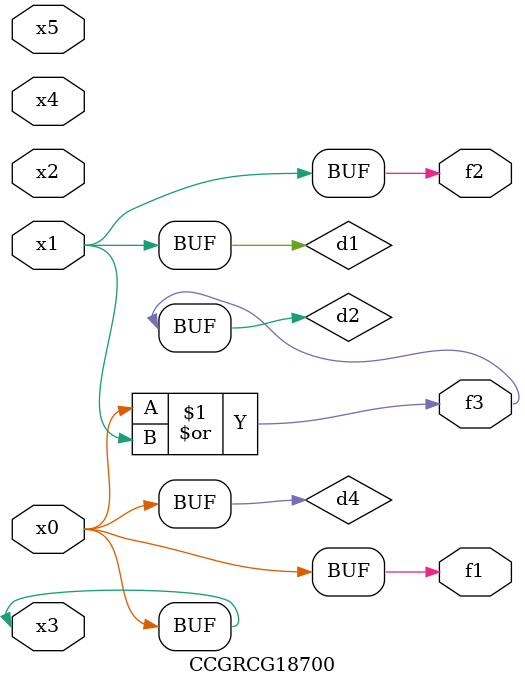
<source format=v>
module CCGRCG18700(
	input x0, x1, x2, x3, x4, x5,
	output f1, f2, f3
);

	wire d1, d2, d3, d4;

	and (d1, x1);
	or (d2, x0, x1);
	nand (d3, x0, x5);
	buf (d4, x0, x3);
	assign f1 = d4;
	assign f2 = d1;
	assign f3 = d2;
endmodule

</source>
